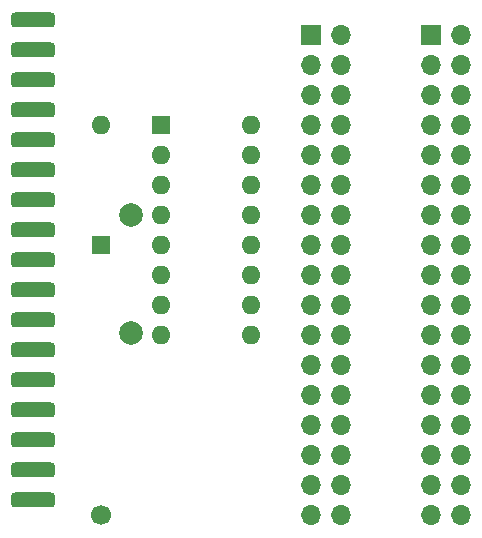
<source format=gbr>
%TF.GenerationSoftware,KiCad,Pcbnew,7.0.10+1*%
%TF.CreationDate,2024-01-16T19:36:21+01:00*%
%TF.ProjectId,trump_card_4floppy_addon,7472756d-705f-4636-9172-645f34666c6f,00*%
%TF.SameCoordinates,Original*%
%TF.FileFunction,Soldermask,Top*%
%TF.FilePolarity,Negative*%
%FSLAX46Y46*%
G04 Gerber Fmt 4.6, Leading zero omitted, Abs format (unit mm)*
G04 Created by KiCad (PCBNEW 7.0.10+1) date 2024-01-16 19:36:21*
%MOMM*%
%LPD*%
G01*
G04 APERTURE LIST*
G04 Aperture macros list*
%AMRoundRect*
0 Rectangle with rounded corners*
0 $1 Rounding radius*
0 $2 $3 $4 $5 $6 $7 $8 $9 X,Y pos of 4 corners*
0 Add a 4 corners polygon primitive as box body*
4,1,4,$2,$3,$4,$5,$6,$7,$8,$9,$2,$3,0*
0 Add four circle primitives for the rounded corners*
1,1,$1+$1,$2,$3*
1,1,$1+$1,$4,$5*
1,1,$1+$1,$6,$7*
1,1,$1+$1,$8,$9*
0 Add four rect primitives between the rounded corners*
20,1,$1+$1,$2,$3,$4,$5,0*
20,1,$1+$1,$4,$5,$6,$7,0*
20,1,$1+$1,$6,$7,$8,$9,0*
20,1,$1+$1,$8,$9,$2,$3,0*%
G04 Aperture macros list end*
%ADD10R,1.700000X1.700000*%
%ADD11O,1.700000X1.700000*%
%ADD12R,1.600000X1.600000*%
%ADD13O,1.600000X1.600000*%
%ADD14C,2.000000*%
%ADD15C,1.700000*%
%ADD16RoundRect,0.317500X-1.532500X-0.317500X1.532500X-0.317500X1.532500X0.317500X-1.532500X0.317500X0*%
G04 APERTURE END LIST*
D10*
%TO.C,J3*%
X162560000Y-73660000D03*
D11*
X165100000Y-73660000D03*
X162560000Y-76200000D03*
X165100000Y-76200000D03*
X162560000Y-78740000D03*
X165100000Y-78740000D03*
X162560000Y-81280000D03*
X165100000Y-81280000D03*
X162560000Y-83820000D03*
X165100000Y-83820000D03*
X162560000Y-86360000D03*
X165100000Y-86360000D03*
X162560000Y-88900000D03*
X165100000Y-88900000D03*
X162560000Y-91440000D03*
X165100000Y-91440000D03*
X162560000Y-93980000D03*
X165100000Y-93980000D03*
X162560000Y-96520000D03*
X165100000Y-96520000D03*
X162560000Y-99060000D03*
X165100000Y-99060000D03*
X162560000Y-101600000D03*
X165100000Y-101600000D03*
X162560000Y-104140000D03*
X165100000Y-104140000D03*
X162560000Y-106680000D03*
X165100000Y-106680000D03*
X162560000Y-109220000D03*
X165100000Y-109220000D03*
X162560000Y-111760000D03*
X165100000Y-111760000D03*
X162560000Y-114300000D03*
X165100000Y-114300000D03*
%TD*%
D12*
%TO.C,U1*%
X139700000Y-81280000D03*
D13*
X139700000Y-83820000D03*
X139700000Y-86360000D03*
X139700000Y-88900000D03*
X139700000Y-91440000D03*
X139700000Y-93980000D03*
X139700000Y-96520000D03*
X139700000Y-99060000D03*
X147320000Y-99060000D03*
X147320000Y-96520000D03*
X147320000Y-93980000D03*
X147320000Y-91440000D03*
X147320000Y-88900000D03*
X147320000Y-86360000D03*
X147320000Y-83820000D03*
X147320000Y-81280000D03*
%TD*%
D12*
%TO.C,D1*%
X134620000Y-91440000D03*
D13*
X134620000Y-81280000D03*
%TD*%
D14*
%TO.C,C1*%
X137160000Y-88900000D03*
X137160000Y-98900000D03*
%TD*%
D10*
%TO.C,J2*%
X152400000Y-73660000D03*
D11*
X154940000Y-73660000D03*
X152400000Y-76200000D03*
X154940000Y-76200000D03*
X152400000Y-78740000D03*
X154940000Y-78740000D03*
X152400000Y-81280000D03*
X154940000Y-81280000D03*
X152400000Y-83820000D03*
X154940000Y-83820000D03*
X152400000Y-86360000D03*
X154940000Y-86360000D03*
X152400000Y-88900000D03*
X154940000Y-88900000D03*
X152400000Y-91440000D03*
X154940000Y-91440000D03*
X152400000Y-93980000D03*
X154940000Y-93980000D03*
X152400000Y-96520000D03*
X154940000Y-96520000D03*
X152400000Y-99060000D03*
X154940000Y-99060000D03*
X152400000Y-101600000D03*
X154940000Y-101600000D03*
X152400000Y-104140000D03*
X154940000Y-104140000D03*
X152400000Y-106680000D03*
X154940000Y-106680000D03*
X152400000Y-109220000D03*
X154940000Y-109220000D03*
X152400000Y-111760000D03*
X154940000Y-111760000D03*
X152400000Y-114300000D03*
X154940000Y-114300000D03*
%TD*%
D15*
%TO.C,J4*%
X134620000Y-114300000D03*
%TD*%
D16*
%TO.C,J1*%
X128905000Y-72390000D03*
X128905000Y-74930000D03*
X128905000Y-77470000D03*
X128905000Y-80010000D03*
X128905000Y-82550000D03*
X128905000Y-85090000D03*
X128905000Y-87630000D03*
X128905000Y-90170000D03*
X128905000Y-92710000D03*
X128905000Y-95250000D03*
X128905000Y-97790000D03*
X128905000Y-100330000D03*
X128905000Y-102870000D03*
X128905000Y-105410000D03*
X128905000Y-107950000D03*
X128905000Y-110490000D03*
X128905000Y-113030000D03*
%TD*%
M02*

</source>
